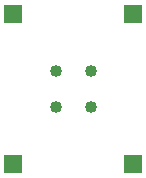
<source format=gbs>
%FSLAX34Y34*%
G04 Gerber Fmt 3.4, Leading zero omitted, Abs format*
G04 (created by PCBNEW (2014-03-14 BZR 4750)-product) date Mon 17 Mar 2014 07:56:22 PM CET*
%MOIN*%
G01*
G70*
G90*
G04 APERTURE LIST*
%ADD10C,0.005906*%
%ADD11R,0.064961X0.064961*%
%ADD12C,0.040000*%
G04 APERTURE END LIST*
G54D10*
G54D11*
X59700Y-42300D03*
X59700Y-37300D03*
X55700Y-37300D03*
G54D12*
X57110Y-40390D03*
X58290Y-40390D03*
X58290Y-39210D03*
X57110Y-39210D03*
G54D11*
X55700Y-42300D03*
M02*

</source>
